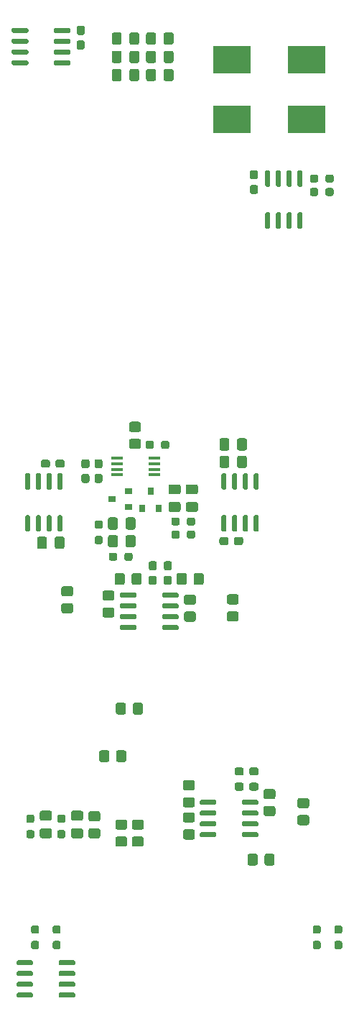
<source format=gtp>
G04 #@! TF.GenerationSoftware,KiCad,Pcbnew,5.1.10*
G04 #@! TF.CreationDate,2021-07-20T09:34:09+02:00*
G04 #@! TF.ProjectId,MEV_board,4d45565f-626f-4617-9264-2e6b69636164,rev?*
G04 #@! TF.SameCoordinates,Original*
G04 #@! TF.FileFunction,Paste,Top*
G04 #@! TF.FilePolarity,Positive*
%FSLAX46Y46*%
G04 Gerber Fmt 4.6, Leading zero omitted, Abs format (unit mm)*
G04 Created by KiCad (PCBNEW 5.1.10) date 2021-07-20 09:34:09*
%MOMM*%
%LPD*%
G01*
G04 APERTURE LIST*
%ADD10R,4.500000X3.300000*%
%ADD11R,0.900000X0.800000*%
%ADD12R,0.800000X0.900000*%
%ADD13R,1.450000X0.450000*%
G04 APERTURE END LIST*
G36*
G01*
X133373200Y-138972500D02*
X133373200Y-139447500D01*
G75*
G02*
X133135700Y-139685000I-237500J0D01*
G01*
X132535700Y-139685000D01*
G75*
G02*
X132298200Y-139447500I0J237500D01*
G01*
X132298200Y-138972500D01*
G75*
G02*
X132535700Y-138735000I237500J0D01*
G01*
X133135700Y-138735000D01*
G75*
G02*
X133373200Y-138972500I0J-237500D01*
G01*
G37*
G36*
G01*
X135098200Y-138972500D02*
X135098200Y-139447500D01*
G75*
G02*
X134860700Y-139685000I-237500J0D01*
G01*
X134260700Y-139685000D01*
G75*
G02*
X134023200Y-139447500I0J237500D01*
G01*
X134023200Y-138972500D01*
G75*
G02*
X134260700Y-138735000I237500J0D01*
G01*
X134860700Y-138735000D01*
G75*
G02*
X135098200Y-138972500I0J-237500D01*
G01*
G37*
G36*
G01*
X122868700Y-113732200D02*
X122393700Y-113732200D01*
G75*
G02*
X122156200Y-113494700I0J237500D01*
G01*
X122156200Y-112894700D01*
G75*
G02*
X122393700Y-112657200I237500J0D01*
G01*
X122868700Y-112657200D01*
G75*
G02*
X123106200Y-112894700I0J-237500D01*
G01*
X123106200Y-113494700D01*
G75*
G02*
X122868700Y-113732200I-237500J0D01*
G01*
G37*
G36*
G01*
X122868700Y-115457200D02*
X122393700Y-115457200D01*
G75*
G02*
X122156200Y-115219700I0J237500D01*
G01*
X122156200Y-114619700D01*
G75*
G02*
X122393700Y-114382200I237500J0D01*
G01*
X122868700Y-114382200D01*
G75*
G02*
X123106200Y-114619700I0J-237500D01*
G01*
X123106200Y-115219700D01*
G75*
G02*
X122868700Y-115457200I-237500J0D01*
G01*
G37*
G36*
G01*
X119335600Y-114307199D02*
X119335600Y-115207201D01*
G75*
G02*
X119085601Y-115457200I-249999J0D01*
G01*
X118385599Y-115457200D01*
G75*
G02*
X118135600Y-115207201I0J249999D01*
G01*
X118135600Y-114307199D01*
G75*
G02*
X118385599Y-114057200I249999J0D01*
G01*
X119085601Y-114057200D01*
G75*
G02*
X119335600Y-114307199I0J-249999D01*
G01*
G37*
G36*
G01*
X121335600Y-114307199D02*
X121335600Y-115207201D01*
G75*
G02*
X121085601Y-115457200I-249999J0D01*
G01*
X120385599Y-115457200D01*
G75*
G02*
X120135600Y-115207201I0J249999D01*
G01*
X120135600Y-114307199D01*
G75*
G02*
X120385599Y-114057200I249999J0D01*
G01*
X121085601Y-114057200D01*
G75*
G02*
X121335600Y-114307199I0J-249999D01*
G01*
G37*
G36*
G01*
X113910100Y-49627500D02*
X114385100Y-49627500D01*
G75*
G02*
X114622600Y-49865000I0J-237500D01*
G01*
X114622600Y-50465000D01*
G75*
G02*
X114385100Y-50702500I-237500J0D01*
G01*
X113910100Y-50702500D01*
G75*
G02*
X113672600Y-50465000I0J237500D01*
G01*
X113672600Y-49865000D01*
G75*
G02*
X113910100Y-49627500I237500J0D01*
G01*
G37*
G36*
G01*
X113910100Y-51352500D02*
X114385100Y-51352500D01*
G75*
G02*
X114622600Y-51590000I0J-237500D01*
G01*
X114622600Y-52190000D01*
G75*
G02*
X114385100Y-52427500I-237500J0D01*
G01*
X113910100Y-52427500D01*
G75*
G02*
X113672600Y-52190000I0J237500D01*
G01*
X113672600Y-51590000D01*
G75*
G02*
X113910100Y-51352500I237500J0D01*
G01*
G37*
G36*
G01*
X119434400Y-110783000D02*
X119434400Y-109833000D01*
G75*
G02*
X119684400Y-109583000I250000J0D01*
G01*
X120359400Y-109583000D01*
G75*
G02*
X120609400Y-109833000I0J-250000D01*
G01*
X120609400Y-110783000D01*
G75*
G02*
X120359400Y-111033000I-250000J0D01*
G01*
X119684400Y-111033000D01*
G75*
G02*
X119434400Y-110783000I0J250000D01*
G01*
G37*
G36*
G01*
X117359400Y-110783000D02*
X117359400Y-109833000D01*
G75*
G02*
X117609400Y-109583000I250000J0D01*
G01*
X118284400Y-109583000D01*
G75*
G02*
X118534400Y-109833000I0J-250000D01*
G01*
X118534400Y-110783000D01*
G75*
G02*
X118284400Y-111033000I-250000J0D01*
G01*
X117609400Y-111033000D01*
G75*
G02*
X117359400Y-110783000I0J250000D01*
G01*
G37*
G36*
G01*
X127729400Y-106863000D02*
X126779400Y-106863000D01*
G75*
G02*
X126529400Y-106613000I0J250000D01*
G01*
X126529400Y-105938000D01*
G75*
G02*
X126779400Y-105688000I250000J0D01*
G01*
X127729400Y-105688000D01*
G75*
G02*
X127979400Y-105938000I0J-250000D01*
G01*
X127979400Y-106613000D01*
G75*
G02*
X127729400Y-106863000I-250000J0D01*
G01*
G37*
G36*
G01*
X127729400Y-104788000D02*
X126779400Y-104788000D01*
G75*
G02*
X126529400Y-104538000I0J250000D01*
G01*
X126529400Y-103863000D01*
G75*
G02*
X126779400Y-103613000I250000J0D01*
G01*
X127729400Y-103613000D01*
G75*
G02*
X127979400Y-103863000I0J-250000D01*
G01*
X127979400Y-104538000D01*
G75*
G02*
X127729400Y-104788000I-250000J0D01*
G01*
G37*
G36*
G01*
X117359400Y-108703000D02*
X117359400Y-107753000D01*
G75*
G02*
X117609400Y-107503000I250000J0D01*
G01*
X118284400Y-107503000D01*
G75*
G02*
X118534400Y-107753000I0J-250000D01*
G01*
X118534400Y-108703000D01*
G75*
G02*
X118284400Y-108953000I-250000J0D01*
G01*
X117609400Y-108953000D01*
G75*
G02*
X117359400Y-108703000I0J250000D01*
G01*
G37*
G36*
G01*
X119434400Y-108703000D02*
X119434400Y-107753000D01*
G75*
G02*
X119684400Y-107503000I250000J0D01*
G01*
X120359400Y-107503000D01*
G75*
G02*
X120609400Y-107753000I0J-250000D01*
G01*
X120609400Y-108703000D01*
G75*
G02*
X120359400Y-108953000I-250000J0D01*
G01*
X119684400Y-108953000D01*
G75*
G02*
X119434400Y-108703000I0J250000D01*
G01*
G37*
G36*
G01*
X125689400Y-104788000D02*
X124739400Y-104788000D01*
G75*
G02*
X124489400Y-104538000I0J250000D01*
G01*
X124489400Y-103863000D01*
G75*
G02*
X124739400Y-103613000I250000J0D01*
G01*
X125689400Y-103613000D01*
G75*
G02*
X125939400Y-103863000I0J-250000D01*
G01*
X125939400Y-104538000D01*
G75*
G02*
X125689400Y-104788000I-250000J0D01*
G01*
G37*
G36*
G01*
X125689400Y-106863000D02*
X124739400Y-106863000D01*
G75*
G02*
X124489400Y-106613000I0J250000D01*
G01*
X124489400Y-105938000D01*
G75*
G02*
X124739400Y-105688000I250000J0D01*
G01*
X125689400Y-105688000D01*
G75*
G02*
X125939400Y-105938000I0J-250000D01*
G01*
X125939400Y-106613000D01*
G75*
G02*
X125689400Y-106863000I-250000J0D01*
G01*
G37*
G36*
G01*
X124171700Y-112657200D02*
X124646700Y-112657200D01*
G75*
G02*
X124884200Y-112894700I0J-237500D01*
G01*
X124884200Y-113494700D01*
G75*
G02*
X124646700Y-113732200I-237500J0D01*
G01*
X124171700Y-113732200D01*
G75*
G02*
X123934200Y-113494700I0J237500D01*
G01*
X123934200Y-112894700D01*
G75*
G02*
X124171700Y-112657200I237500J0D01*
G01*
G37*
G36*
G01*
X124171700Y-114382200D02*
X124646700Y-114382200D01*
G75*
G02*
X124884200Y-114619700I0J-237500D01*
G01*
X124884200Y-115219700D01*
G75*
G02*
X124646700Y-115457200I-237500J0D01*
G01*
X124171700Y-115457200D01*
G75*
G02*
X123934200Y-115219700I0J237500D01*
G01*
X123934200Y-114619700D01*
G75*
G02*
X124171700Y-114382200I237500J0D01*
G01*
G37*
G36*
G01*
X114461400Y-100645500D02*
X114936400Y-100645500D01*
G75*
G02*
X115173900Y-100883000I0J-237500D01*
G01*
X115173900Y-101483000D01*
G75*
G02*
X114936400Y-101720500I-237500J0D01*
G01*
X114461400Y-101720500D01*
G75*
G02*
X114223900Y-101483000I0J237500D01*
G01*
X114223900Y-100883000D01*
G75*
G02*
X114461400Y-100645500I237500J0D01*
G01*
G37*
G36*
G01*
X114461400Y-102370500D02*
X114936400Y-102370500D01*
G75*
G02*
X115173900Y-102608000I0J-237500D01*
G01*
X115173900Y-103208000D01*
G75*
G02*
X114936400Y-103445500I-237500J0D01*
G01*
X114461400Y-103445500D01*
G75*
G02*
X114223900Y-103208000I0J237500D01*
G01*
X114223900Y-102608000D01*
G75*
G02*
X114461400Y-102370500I237500J0D01*
G01*
G37*
G36*
G01*
X116001400Y-102370500D02*
X116476400Y-102370500D01*
G75*
G02*
X116713900Y-102608000I0J-237500D01*
G01*
X116713900Y-103208000D01*
G75*
G02*
X116476400Y-103445500I-237500J0D01*
G01*
X116001400Y-103445500D01*
G75*
G02*
X115763900Y-103208000I0J237500D01*
G01*
X115763900Y-102608000D01*
G75*
G02*
X116001400Y-102370500I237500J0D01*
G01*
G37*
G36*
G01*
X116001400Y-100645500D02*
X116476400Y-100645500D01*
G75*
G02*
X116713900Y-100883000I0J-237500D01*
G01*
X116713900Y-101483000D01*
G75*
G02*
X116476400Y-101720500I-237500J0D01*
G01*
X116001400Y-101720500D01*
G75*
G02*
X115763900Y-101483000I0J237500D01*
G01*
X115763900Y-100883000D01*
G75*
G02*
X116001400Y-100645500I237500J0D01*
G01*
G37*
G36*
G01*
X114195000Y-145287500D02*
X113245000Y-145287500D01*
G75*
G02*
X112995000Y-145037500I0J250000D01*
G01*
X112995000Y-144362500D01*
G75*
G02*
X113245000Y-144112500I250000J0D01*
G01*
X114195000Y-144112500D01*
G75*
G02*
X114445000Y-144362500I0J-250000D01*
G01*
X114445000Y-145037500D01*
G75*
G02*
X114195000Y-145287500I-250000J0D01*
G01*
G37*
G36*
G01*
X114195000Y-143212500D02*
X113245000Y-143212500D01*
G75*
G02*
X112995000Y-142962500I0J250000D01*
G01*
X112995000Y-142287500D01*
G75*
G02*
X113245000Y-142037500I250000J0D01*
G01*
X114195000Y-142037500D01*
G75*
G02*
X114445000Y-142287500I0J-250000D01*
G01*
X114445000Y-142962500D01*
G75*
G02*
X114195000Y-143212500I-250000J0D01*
G01*
G37*
G36*
G01*
X110505000Y-143212500D02*
X109555000Y-143212500D01*
G75*
G02*
X109305000Y-142962500I0J250000D01*
G01*
X109305000Y-142287500D01*
G75*
G02*
X109555000Y-142037500I250000J0D01*
G01*
X110505000Y-142037500D01*
G75*
G02*
X110755000Y-142287500I0J-250000D01*
G01*
X110755000Y-142962500D01*
G75*
G02*
X110505000Y-143212500I-250000J0D01*
G01*
G37*
G36*
G01*
X110505000Y-145287500D02*
X109555000Y-145287500D01*
G75*
G02*
X109305000Y-145037500I0J250000D01*
G01*
X109305000Y-144362500D01*
G75*
G02*
X109555000Y-144112500I250000J0D01*
G01*
X110505000Y-144112500D01*
G75*
G02*
X110755000Y-144362500I0J-250000D01*
G01*
X110755000Y-145037500D01*
G75*
G02*
X110505000Y-145287500I-250000J0D01*
G01*
G37*
G36*
G01*
X133748600Y-98432600D02*
X133748600Y-99382600D01*
G75*
G02*
X133498600Y-99632600I-250000J0D01*
G01*
X132823600Y-99632600D01*
G75*
G02*
X132573600Y-99382600I0J250000D01*
G01*
X132573600Y-98432600D01*
G75*
G02*
X132823600Y-98182600I250000J0D01*
G01*
X133498600Y-98182600D01*
G75*
G02*
X133748600Y-98432600I0J-250000D01*
G01*
G37*
G36*
G01*
X131673600Y-98432600D02*
X131673600Y-99382600D01*
G75*
G02*
X131423600Y-99632600I-250000J0D01*
G01*
X130748600Y-99632600D01*
G75*
G02*
X130498600Y-99382600I0J250000D01*
G01*
X130498600Y-98432600D01*
G75*
G02*
X130748600Y-98182600I250000J0D01*
G01*
X131423600Y-98182600D01*
G75*
G02*
X131673600Y-98432600I0J-250000D01*
G01*
G37*
G36*
G01*
X131673600Y-100490000D02*
X131673600Y-101440000D01*
G75*
G02*
X131423600Y-101690000I-250000J0D01*
G01*
X130748600Y-101690000D01*
G75*
G02*
X130498600Y-101440000I0J250000D01*
G01*
X130498600Y-100490000D01*
G75*
G02*
X130748600Y-100240000I250000J0D01*
G01*
X131423600Y-100240000D01*
G75*
G02*
X131673600Y-100490000I0J-250000D01*
G01*
G37*
G36*
G01*
X133748600Y-100490000D02*
X133748600Y-101440000D01*
G75*
G02*
X133498600Y-101690000I-250000J0D01*
G01*
X132823600Y-101690000D01*
G75*
G02*
X132573600Y-101440000I0J250000D01*
G01*
X132573600Y-100490000D01*
G75*
G02*
X132823600Y-100240000I250000J0D01*
G01*
X133498600Y-100240000D01*
G75*
G02*
X133748600Y-100490000I0J-250000D01*
G01*
G37*
G36*
G01*
X121845500Y-51602601D02*
X121845500Y-50652601D01*
G75*
G02*
X122095500Y-50402601I250000J0D01*
G01*
X122770500Y-50402601D01*
G75*
G02*
X123020500Y-50652601I0J-250000D01*
G01*
X123020500Y-51602601D01*
G75*
G02*
X122770500Y-51852601I-250000J0D01*
G01*
X122095500Y-51852601D01*
G75*
G02*
X121845500Y-51602601I0J250000D01*
G01*
G37*
G36*
G01*
X123920500Y-51602601D02*
X123920500Y-50652601D01*
G75*
G02*
X124170500Y-50402601I250000J0D01*
G01*
X124845500Y-50402601D01*
G75*
G02*
X125095500Y-50652601I0J-250000D01*
G01*
X125095500Y-51602601D01*
G75*
G02*
X124845500Y-51852601I-250000J0D01*
G01*
X124170500Y-51852601D01*
G75*
G02*
X123920500Y-51602601I0J250000D01*
G01*
G37*
G36*
G01*
X123920500Y-55897800D02*
X123920500Y-54947800D01*
G75*
G02*
X124170500Y-54697800I250000J0D01*
G01*
X124845500Y-54697800D01*
G75*
G02*
X125095500Y-54947800I0J-250000D01*
G01*
X125095500Y-55897800D01*
G75*
G02*
X124845500Y-56147800I-250000J0D01*
G01*
X124170500Y-56147800D01*
G75*
G02*
X123920500Y-55897800I0J250000D01*
G01*
G37*
G36*
G01*
X121845500Y-55897800D02*
X121845500Y-54947800D01*
G75*
G02*
X122095500Y-54697800I250000J0D01*
G01*
X122770500Y-54697800D01*
G75*
G02*
X123020500Y-54947800I0J-250000D01*
G01*
X123020500Y-55897800D01*
G75*
G02*
X122770500Y-56147800I-250000J0D01*
G01*
X122095500Y-56147800D01*
G75*
G02*
X121845500Y-55897800I0J250000D01*
G01*
G37*
G36*
G01*
X121845500Y-53764200D02*
X121845500Y-52814200D01*
G75*
G02*
X122095500Y-52564200I250000J0D01*
G01*
X122770500Y-52564200D01*
G75*
G02*
X123020500Y-52814200I0J-250000D01*
G01*
X123020500Y-53764200D01*
G75*
G02*
X122770500Y-54014200I-250000J0D01*
G01*
X122095500Y-54014200D01*
G75*
G02*
X121845500Y-53764200I0J250000D01*
G01*
G37*
G36*
G01*
X123920500Y-53764200D02*
X123920500Y-52814200D01*
G75*
G02*
X124170500Y-52564200I250000J0D01*
G01*
X124845500Y-52564200D01*
G75*
G02*
X125095500Y-52814200I0J-250000D01*
G01*
X125095500Y-53764200D01*
G75*
G02*
X124845500Y-54014200I-250000J0D01*
G01*
X124170500Y-54014200D01*
G75*
G02*
X123920500Y-53764200I0J250000D01*
G01*
G37*
G36*
G01*
X131568600Y-110049300D02*
X131568600Y-110524300D01*
G75*
G02*
X131331100Y-110761800I-237500J0D01*
G01*
X130731100Y-110761800D01*
G75*
G02*
X130493600Y-110524300I0J237500D01*
G01*
X130493600Y-110049300D01*
G75*
G02*
X130731100Y-109811800I237500J0D01*
G01*
X131331100Y-109811800D01*
G75*
G02*
X131568600Y-110049300I0J-237500D01*
G01*
G37*
G36*
G01*
X133293600Y-110049300D02*
X133293600Y-110524300D01*
G75*
G02*
X133056100Y-110761800I-237500J0D01*
G01*
X132456100Y-110761800D01*
G75*
G02*
X132218600Y-110524300I0J237500D01*
G01*
X132218600Y-110049300D01*
G75*
G02*
X132456100Y-109811800I237500J0D01*
G01*
X133056100Y-109811800D01*
G75*
G02*
X133293600Y-110049300I0J-237500D01*
G01*
G37*
G36*
G01*
X111070900Y-110965000D02*
X111070900Y-110015000D01*
G75*
G02*
X111320900Y-109765000I250000J0D01*
G01*
X111995900Y-109765000D01*
G75*
G02*
X112245900Y-110015000I0J-250000D01*
G01*
X112245900Y-110965000D01*
G75*
G02*
X111995900Y-111215000I-250000J0D01*
G01*
X111320900Y-111215000D01*
G75*
G02*
X111070900Y-110965000I0J250000D01*
G01*
G37*
G36*
G01*
X108995900Y-110965000D02*
X108995900Y-110015000D01*
G75*
G02*
X109245900Y-109765000I250000J0D01*
G01*
X109920900Y-109765000D01*
G75*
G02*
X110170900Y-110015000I0J-250000D01*
G01*
X110170900Y-110965000D01*
G75*
G02*
X109920900Y-111215000I-250000J0D01*
G01*
X109245900Y-111215000D01*
G75*
G02*
X108995900Y-110965000I0J250000D01*
G01*
G37*
G36*
G01*
X121053000Y-54947800D02*
X121053000Y-55897800D01*
G75*
G02*
X120803000Y-56147800I-250000J0D01*
G01*
X120128000Y-56147800D01*
G75*
G02*
X119878000Y-55897800I0J250000D01*
G01*
X119878000Y-54947800D01*
G75*
G02*
X120128000Y-54697800I250000J0D01*
G01*
X120803000Y-54697800D01*
G75*
G02*
X121053000Y-54947800I0J-250000D01*
G01*
G37*
G36*
G01*
X118978000Y-54947800D02*
X118978000Y-55897800D01*
G75*
G02*
X118728000Y-56147800I-250000J0D01*
G01*
X118053000Y-56147800D01*
G75*
G02*
X117803000Y-55897800I0J250000D01*
G01*
X117803000Y-54947800D01*
G75*
G02*
X118053000Y-54697800I250000J0D01*
G01*
X118728000Y-54697800D01*
G75*
G02*
X118978000Y-54947800I0J-250000D01*
G01*
G37*
G36*
G01*
X121053000Y-52814200D02*
X121053000Y-53764200D01*
G75*
G02*
X120803000Y-54014200I-250000J0D01*
G01*
X120128000Y-54014200D01*
G75*
G02*
X119878000Y-53764200I0J250000D01*
G01*
X119878000Y-52814200D01*
G75*
G02*
X120128000Y-52564200I250000J0D01*
G01*
X120803000Y-52564200D01*
G75*
G02*
X121053000Y-52814200I0J-250000D01*
G01*
G37*
G36*
G01*
X118978000Y-52814200D02*
X118978000Y-53764200D01*
G75*
G02*
X118728000Y-54014200I-250000J0D01*
G01*
X118053000Y-54014200D01*
G75*
G02*
X117803000Y-53764200I0J250000D01*
G01*
X117803000Y-52814200D01*
G75*
G02*
X118053000Y-52564200I250000J0D01*
G01*
X118728000Y-52564200D01*
G75*
G02*
X118978000Y-52814200I0J-250000D01*
G01*
G37*
G36*
G01*
X109445600Y-101420500D02*
X109445600Y-100945500D01*
G75*
G02*
X109683100Y-100708000I237500J0D01*
G01*
X110283100Y-100708000D01*
G75*
G02*
X110520600Y-100945500I0J-237500D01*
G01*
X110520600Y-101420500D01*
G75*
G02*
X110283100Y-101658000I-237500J0D01*
G01*
X109683100Y-101658000D01*
G75*
G02*
X109445600Y-101420500I0J237500D01*
G01*
G37*
G36*
G01*
X111170600Y-101420500D02*
X111170600Y-100945500D01*
G75*
G02*
X111408100Y-100708000I237500J0D01*
G01*
X112008100Y-100708000D01*
G75*
G02*
X112245600Y-100945500I0J-237500D01*
G01*
X112245600Y-101420500D01*
G75*
G02*
X112008100Y-101658000I-237500J0D01*
G01*
X111408100Y-101658000D01*
G75*
G02*
X111170600Y-101420500I0J237500D01*
G01*
G37*
G36*
G01*
X118978000Y-50652601D02*
X118978000Y-51602601D01*
G75*
G02*
X118728000Y-51852601I-250000J0D01*
G01*
X118053000Y-51852601D01*
G75*
G02*
X117803000Y-51602601I0J250000D01*
G01*
X117803000Y-50652601D01*
G75*
G02*
X118053000Y-50402601I250000J0D01*
G01*
X118728000Y-50402601D01*
G75*
G02*
X118978000Y-50652601I0J-250000D01*
G01*
G37*
G36*
G01*
X121053000Y-50652601D02*
X121053000Y-51602601D01*
G75*
G02*
X120803000Y-51852601I-250000J0D01*
G01*
X120128000Y-51852601D01*
G75*
G02*
X119878000Y-51602601I0J250000D01*
G01*
X119878000Y-50652601D01*
G75*
G02*
X120128000Y-50402601I250000J0D01*
G01*
X120803000Y-50402601D01*
G75*
G02*
X121053000Y-50652601I0J-250000D01*
G01*
G37*
G36*
G01*
X134023200Y-137657500D02*
X134023200Y-137182500D01*
G75*
G02*
X134260700Y-136945000I237500J0D01*
G01*
X134860700Y-136945000D01*
G75*
G02*
X135098200Y-137182500I0J-237500D01*
G01*
X135098200Y-137657500D01*
G75*
G02*
X134860700Y-137895000I-237500J0D01*
G01*
X134260700Y-137895000D01*
G75*
G02*
X134023200Y-137657500I0J237500D01*
G01*
G37*
G36*
G01*
X132298200Y-137657500D02*
X132298200Y-137182500D01*
G75*
G02*
X132535700Y-136945000I237500J0D01*
G01*
X133135700Y-136945000D01*
G75*
G02*
X133373200Y-137182500I0J-237500D01*
G01*
X133373200Y-137657500D01*
G75*
G02*
X133135700Y-137895000I-237500J0D01*
G01*
X132535700Y-137895000D01*
G75*
G02*
X132298200Y-137657500I0J237500D01*
G01*
G37*
G36*
G01*
X134331700Y-68351800D02*
X134806700Y-68351800D01*
G75*
G02*
X135044200Y-68589300I0J-237500D01*
G01*
X135044200Y-69189300D01*
G75*
G02*
X134806700Y-69426800I-237500J0D01*
G01*
X134331700Y-69426800D01*
G75*
G02*
X134094200Y-69189300I0J237500D01*
G01*
X134094200Y-68589300D01*
G75*
G02*
X134331700Y-68351800I237500J0D01*
G01*
G37*
G36*
G01*
X134331700Y-66626800D02*
X134806700Y-66626800D01*
G75*
G02*
X135044200Y-66864300I0J-237500D01*
G01*
X135044200Y-67464300D01*
G75*
G02*
X134806700Y-67701800I-237500J0D01*
G01*
X134331700Y-67701800D01*
G75*
G02*
X134094200Y-67464300I0J237500D01*
G01*
X134094200Y-66864300D01*
G75*
G02*
X134331700Y-66626800I237500J0D01*
G01*
G37*
D10*
X140740000Y-53644800D03*
X131940000Y-53644800D03*
X131940000Y-60604400D03*
X140740000Y-60604400D03*
D11*
X117814400Y-105368000D03*
X119814400Y-104418000D03*
X119814400Y-106318000D03*
D12*
X121424400Y-106418000D03*
X123324400Y-106418000D03*
X122374400Y-104418000D03*
G36*
G01*
X119368201Y-144280000D02*
X118468199Y-144280000D01*
G75*
G02*
X118218200Y-144030001I0J249999D01*
G01*
X118218200Y-143329999D01*
G75*
G02*
X118468199Y-143080000I249999J0D01*
G01*
X119368201Y-143080000D01*
G75*
G02*
X119618200Y-143329999I0J-249999D01*
G01*
X119618200Y-144030001D01*
G75*
G02*
X119368201Y-144280000I-249999J0D01*
G01*
G37*
G36*
G01*
X119368201Y-146280000D02*
X118468199Y-146280000D01*
G75*
G02*
X118218200Y-146030001I0J249999D01*
G01*
X118218200Y-145329999D01*
G75*
G02*
X118468199Y-145080000I249999J0D01*
G01*
X119368201Y-145080000D01*
G75*
G02*
X119618200Y-145329999I0J-249999D01*
G01*
X119618200Y-146030001D01*
G75*
G02*
X119368201Y-146280000I-249999J0D01*
G01*
G37*
G36*
G01*
X121330001Y-144280000D02*
X120429999Y-144280000D01*
G75*
G02*
X120180000Y-144030001I0J249999D01*
G01*
X120180000Y-143329999D01*
G75*
G02*
X120429999Y-143080000I249999J0D01*
G01*
X121330001Y-143080000D01*
G75*
G02*
X121580000Y-143329999I0J-249999D01*
G01*
X121580000Y-144030001D01*
G75*
G02*
X121330001Y-144280000I-249999J0D01*
G01*
G37*
G36*
G01*
X121330001Y-146280000D02*
X120429999Y-146280000D01*
G75*
G02*
X120180000Y-146030001I0J249999D01*
G01*
X120180000Y-145329999D01*
G75*
G02*
X120429999Y-145080000I249999J0D01*
G01*
X121330001Y-145080000D01*
G75*
G02*
X121580000Y-145329999I0J-249999D01*
G01*
X121580000Y-146030001D01*
G75*
G02*
X121330001Y-146280000I-249999J0D01*
G01*
G37*
G36*
G01*
X116320000Y-136070001D02*
X116320000Y-135169999D01*
G75*
G02*
X116569999Y-134920000I249999J0D01*
G01*
X117270001Y-134920000D01*
G75*
G02*
X117520000Y-135169999I0J-249999D01*
G01*
X117520000Y-136070001D01*
G75*
G02*
X117270001Y-136320000I-249999J0D01*
G01*
X116569999Y-136320000D01*
G75*
G02*
X116320000Y-136070001I0J249999D01*
G01*
G37*
G36*
G01*
X118320000Y-136070001D02*
X118320000Y-135169999D01*
G75*
G02*
X118569999Y-134920000I249999J0D01*
G01*
X119270001Y-134920000D01*
G75*
G02*
X119520000Y-135169999I0J-249999D01*
G01*
X119520000Y-136070001D01*
G75*
G02*
X119270001Y-136320000I-249999J0D01*
G01*
X118569999Y-136320000D01*
G75*
G02*
X118320000Y-136070001I0J249999D01*
G01*
G37*
G36*
G01*
X118280000Y-130470001D02*
X118280000Y-129569999D01*
G75*
G02*
X118529999Y-129320000I249999J0D01*
G01*
X119230001Y-129320000D01*
G75*
G02*
X119480000Y-129569999I0J-249999D01*
G01*
X119480000Y-130470001D01*
G75*
G02*
X119230001Y-130720000I-249999J0D01*
G01*
X118529999Y-130720000D01*
G75*
G02*
X118280000Y-130470001I0J249999D01*
G01*
G37*
G36*
G01*
X120280000Y-130470001D02*
X120280000Y-129569999D01*
G75*
G02*
X120529999Y-129320000I249999J0D01*
G01*
X121230001Y-129320000D01*
G75*
G02*
X121480000Y-129569999I0J-249999D01*
G01*
X121480000Y-130470001D01*
G75*
G02*
X121230001Y-130720000I-249999J0D01*
G01*
X120529999Y-130720000D01*
G75*
G02*
X120280000Y-130470001I0J249999D01*
G01*
G37*
G36*
G01*
X113003751Y-116805000D02*
X112103749Y-116805000D01*
G75*
G02*
X111853750Y-116555001I0J249999D01*
G01*
X111853750Y-115854999D01*
G75*
G02*
X112103749Y-115605000I249999J0D01*
G01*
X113003751Y-115605000D01*
G75*
G02*
X113253750Y-115854999I0J-249999D01*
G01*
X113253750Y-116555001D01*
G75*
G02*
X113003751Y-116805000I-249999J0D01*
G01*
G37*
G36*
G01*
X113003751Y-118805000D02*
X112103749Y-118805000D01*
G75*
G02*
X111853750Y-118555001I0J249999D01*
G01*
X111853750Y-117854999D01*
G75*
G02*
X112103749Y-117605000I249999J0D01*
G01*
X113003751Y-117605000D01*
G75*
G02*
X113253750Y-117854999I0J-249999D01*
G01*
X113253750Y-118555001D01*
G75*
G02*
X113003751Y-118805000I-249999J0D01*
G01*
G37*
G36*
G01*
X127450800Y-115207201D02*
X127450800Y-114307199D01*
G75*
G02*
X127700799Y-114057200I249999J0D01*
G01*
X128400801Y-114057200D01*
G75*
G02*
X128650800Y-114307199I0J-249999D01*
G01*
X128650800Y-115207201D01*
G75*
G02*
X128400801Y-115457200I-249999J0D01*
G01*
X127700799Y-115457200D01*
G75*
G02*
X127450800Y-115207201I0J249999D01*
G01*
G37*
G36*
G01*
X125450800Y-115207201D02*
X125450800Y-114307199D01*
G75*
G02*
X125700799Y-114057200I249999J0D01*
G01*
X126400801Y-114057200D01*
G75*
G02*
X126650800Y-114307199I0J-249999D01*
G01*
X126650800Y-115207201D01*
G75*
G02*
X126400801Y-115457200I-249999J0D01*
G01*
X125700799Y-115457200D01*
G75*
G02*
X125450800Y-115207201I0J249999D01*
G01*
G37*
G36*
G01*
X132530001Y-117760800D02*
X131629999Y-117760800D01*
G75*
G02*
X131380000Y-117510801I0J249999D01*
G01*
X131380000Y-116810799D01*
G75*
G02*
X131629999Y-116560800I249999J0D01*
G01*
X132530001Y-116560800D01*
G75*
G02*
X132780000Y-116810799I0J-249999D01*
G01*
X132780000Y-117510801D01*
G75*
G02*
X132530001Y-117760800I-249999J0D01*
G01*
G37*
G36*
G01*
X132530001Y-119760800D02*
X131629999Y-119760800D01*
G75*
G02*
X131380000Y-119510801I0J249999D01*
G01*
X131380000Y-118810799D01*
G75*
G02*
X131629999Y-118560800I249999J0D01*
G01*
X132530001Y-118560800D01*
G75*
G02*
X132780000Y-118810799I0J-249999D01*
G01*
X132780000Y-119510801D01*
G75*
G02*
X132530001Y-119760800I-249999J0D01*
G01*
G37*
G36*
G01*
X116961749Y-116104500D02*
X117861751Y-116104500D01*
G75*
G02*
X118111750Y-116354499I0J-249999D01*
G01*
X118111750Y-117054501D01*
G75*
G02*
X117861751Y-117304500I-249999J0D01*
G01*
X116961749Y-117304500D01*
G75*
G02*
X116711750Y-117054501I0J249999D01*
G01*
X116711750Y-116354499D01*
G75*
G02*
X116961749Y-116104500I249999J0D01*
G01*
G37*
G36*
G01*
X116961749Y-118104500D02*
X117861751Y-118104500D01*
G75*
G02*
X118111750Y-118354499I0J-249999D01*
G01*
X118111750Y-119054501D01*
G75*
G02*
X117861751Y-119304500I-249999J0D01*
G01*
X116961749Y-119304500D01*
G75*
G02*
X116711750Y-119054501I0J249999D01*
G01*
X116711750Y-118354499D01*
G75*
G02*
X116961749Y-118104500I249999J0D01*
G01*
G37*
G36*
G01*
X126575149Y-116589500D02*
X127475151Y-116589500D01*
G75*
G02*
X127725150Y-116839499I0J-249999D01*
G01*
X127725150Y-117539501D01*
G75*
G02*
X127475151Y-117789500I-249999J0D01*
G01*
X126575149Y-117789500D01*
G75*
G02*
X126325150Y-117539501I0J249999D01*
G01*
X126325150Y-116839499D01*
G75*
G02*
X126575149Y-116589500I249999J0D01*
G01*
G37*
G36*
G01*
X126575149Y-118589500D02*
X127475151Y-118589500D01*
G75*
G02*
X127725150Y-118839499I0J-249999D01*
G01*
X127725150Y-119539501D01*
G75*
G02*
X127475151Y-119789500I-249999J0D01*
G01*
X126575149Y-119789500D01*
G75*
G02*
X126325150Y-119539501I0J249999D01*
G01*
X126325150Y-118839499D01*
G75*
G02*
X126575149Y-118589500I249999J0D01*
G01*
G37*
G36*
G01*
X117464400Y-112375500D02*
X117464400Y-111900500D01*
G75*
G02*
X117701900Y-111663000I237500J0D01*
G01*
X118201900Y-111663000D01*
G75*
G02*
X118439400Y-111900500I0J-237500D01*
G01*
X118439400Y-112375500D01*
G75*
G02*
X118201900Y-112613000I-237500J0D01*
G01*
X117701900Y-112613000D01*
G75*
G02*
X117464400Y-112375500I0J237500D01*
G01*
G37*
G36*
G01*
X119289400Y-112375500D02*
X119289400Y-111900500D01*
G75*
G02*
X119526900Y-111663000I237500J0D01*
G01*
X120026900Y-111663000D01*
G75*
G02*
X120264400Y-111900500I0J-237500D01*
G01*
X120264400Y-112375500D01*
G75*
G02*
X120026900Y-112613000I-237500J0D01*
G01*
X119526900Y-112613000D01*
G75*
G02*
X119289400Y-112375500I0J237500D01*
G01*
G37*
G36*
G01*
X125809400Y-109290500D02*
X125809400Y-109765500D01*
G75*
G02*
X125571900Y-110003000I-237500J0D01*
G01*
X125071900Y-110003000D01*
G75*
G02*
X124834400Y-109765500I0J237500D01*
G01*
X124834400Y-109290500D01*
G75*
G02*
X125071900Y-109053000I237500J0D01*
G01*
X125571900Y-109053000D01*
G75*
G02*
X125809400Y-109290500I0J-237500D01*
G01*
G37*
G36*
G01*
X127634400Y-109290500D02*
X127634400Y-109765500D01*
G75*
G02*
X127396900Y-110003000I-237500J0D01*
G01*
X126896900Y-110003000D01*
G75*
G02*
X126659400Y-109765500I0J237500D01*
G01*
X126659400Y-109290500D01*
G75*
G02*
X126896900Y-109053000I237500J0D01*
G01*
X127396900Y-109053000D01*
G75*
G02*
X127634400Y-109290500I0J-237500D01*
G01*
G37*
G36*
G01*
X116026900Y-109693000D02*
X116501900Y-109693000D01*
G75*
G02*
X116739400Y-109930500I0J-237500D01*
G01*
X116739400Y-110430500D01*
G75*
G02*
X116501900Y-110668000I-237500J0D01*
G01*
X116026900Y-110668000D01*
G75*
G02*
X115789400Y-110430500I0J237500D01*
G01*
X115789400Y-109930500D01*
G75*
G02*
X116026900Y-109693000I237500J0D01*
G01*
G37*
G36*
G01*
X116026900Y-107868000D02*
X116501900Y-107868000D01*
G75*
G02*
X116739400Y-108105500I0J-237500D01*
G01*
X116739400Y-108605500D01*
G75*
G02*
X116501900Y-108843000I-237500J0D01*
G01*
X116026900Y-108843000D01*
G75*
G02*
X115789400Y-108605500I0J237500D01*
G01*
X115789400Y-108105500D01*
G75*
G02*
X116026900Y-107868000I237500J0D01*
G01*
G37*
G36*
G01*
X124834400Y-108225500D02*
X124834400Y-107750500D01*
G75*
G02*
X125071900Y-107513000I237500J0D01*
G01*
X125571900Y-107513000D01*
G75*
G02*
X125809400Y-107750500I0J-237500D01*
G01*
X125809400Y-108225500D01*
G75*
G02*
X125571900Y-108463000I-237500J0D01*
G01*
X125071900Y-108463000D01*
G75*
G02*
X124834400Y-108225500I0J237500D01*
G01*
G37*
G36*
G01*
X126659400Y-108225500D02*
X126659400Y-107750500D01*
G75*
G02*
X126896900Y-107513000I237500J0D01*
G01*
X127396900Y-107513000D01*
G75*
G02*
X127634400Y-107750500I0J-237500D01*
G01*
X127634400Y-108225500D01*
G75*
G02*
X127396900Y-108463000I-237500J0D01*
G01*
X126896900Y-108463000D01*
G75*
G02*
X126659400Y-108225500I0J237500D01*
G01*
G37*
G36*
G01*
X122765000Y-98720900D02*
X122765000Y-99195900D01*
G75*
G02*
X122527500Y-99433400I-237500J0D01*
G01*
X122027500Y-99433400D01*
G75*
G02*
X121790000Y-99195900I0J237500D01*
G01*
X121790000Y-98720900D01*
G75*
G02*
X122027500Y-98483400I237500J0D01*
G01*
X122527500Y-98483400D01*
G75*
G02*
X122765000Y-98720900I0J-237500D01*
G01*
G37*
G36*
G01*
X124590000Y-98720900D02*
X124590000Y-99195900D01*
G75*
G02*
X124352500Y-99433400I-237500J0D01*
G01*
X123852500Y-99433400D01*
G75*
G02*
X123615000Y-99195900I0J237500D01*
G01*
X123615000Y-98720900D01*
G75*
G02*
X123852500Y-98483400I237500J0D01*
G01*
X124352500Y-98483400D01*
G75*
G02*
X124590000Y-98720900I0J-237500D01*
G01*
G37*
G36*
G01*
X120998401Y-99440800D02*
X120098399Y-99440800D01*
G75*
G02*
X119848400Y-99190801I0J249999D01*
G01*
X119848400Y-98490799D01*
G75*
G02*
X120098399Y-98240800I249999J0D01*
G01*
X120998401Y-98240800D01*
G75*
G02*
X121248400Y-98490799I0J-249999D01*
G01*
X121248400Y-99190801D01*
G75*
G02*
X120998401Y-99440800I-249999J0D01*
G01*
G37*
G36*
G01*
X120998401Y-97440800D02*
X120098399Y-97440800D01*
G75*
G02*
X119848400Y-97190801I0J249999D01*
G01*
X119848400Y-96490799D01*
G75*
G02*
X120098399Y-96240800I249999J0D01*
G01*
X120998401Y-96240800D01*
G75*
G02*
X121248400Y-96490799I0J-249999D01*
G01*
X121248400Y-97190801D01*
G75*
G02*
X120998401Y-97440800I-249999J0D01*
G01*
G37*
G36*
G01*
X112097500Y-145292500D02*
X111622500Y-145292500D01*
G75*
G02*
X111385000Y-145055000I0J237500D01*
G01*
X111385000Y-144555000D01*
G75*
G02*
X111622500Y-144317500I237500J0D01*
G01*
X112097500Y-144317500D01*
G75*
G02*
X112335000Y-144555000I0J-237500D01*
G01*
X112335000Y-145055000D01*
G75*
G02*
X112097500Y-145292500I-237500J0D01*
G01*
G37*
G36*
G01*
X112097500Y-143467500D02*
X111622500Y-143467500D01*
G75*
G02*
X111385000Y-143230000I0J237500D01*
G01*
X111385000Y-142730000D01*
G75*
G02*
X111622500Y-142492500I237500J0D01*
G01*
X112097500Y-142492500D01*
G75*
G02*
X112335000Y-142730000I0J-237500D01*
G01*
X112335000Y-143230000D01*
G75*
G02*
X112097500Y-143467500I-237500J0D01*
G01*
G37*
G36*
G01*
X107962500Y-144317500D02*
X108437500Y-144317500D01*
G75*
G02*
X108675000Y-144555000I0J-237500D01*
G01*
X108675000Y-145055000D01*
G75*
G02*
X108437500Y-145292500I-237500J0D01*
G01*
X107962500Y-145292500D01*
G75*
G02*
X107725000Y-145055000I0J237500D01*
G01*
X107725000Y-144555000D01*
G75*
G02*
X107962500Y-144317500I237500J0D01*
G01*
G37*
G36*
G01*
X107962500Y-142492500D02*
X108437500Y-142492500D01*
G75*
G02*
X108675000Y-142730000I0J-237500D01*
G01*
X108675000Y-143230000D01*
G75*
G02*
X108437500Y-143467500I-237500J0D01*
G01*
X107962500Y-143467500D01*
G75*
G02*
X107725000Y-143230000I0J237500D01*
G01*
X107725000Y-142730000D01*
G75*
G02*
X107962500Y-142492500I237500J0D01*
G01*
G37*
G36*
G01*
X111065300Y-155546600D02*
X111540300Y-155546600D01*
G75*
G02*
X111777800Y-155784100I0J-237500D01*
G01*
X111777800Y-156284100D01*
G75*
G02*
X111540300Y-156521600I-237500J0D01*
G01*
X111065300Y-156521600D01*
G75*
G02*
X110827800Y-156284100I0J237500D01*
G01*
X110827800Y-155784100D01*
G75*
G02*
X111065300Y-155546600I237500J0D01*
G01*
G37*
G36*
G01*
X111065300Y-157371600D02*
X111540300Y-157371600D01*
G75*
G02*
X111777800Y-157609100I0J-237500D01*
G01*
X111777800Y-158109100D01*
G75*
G02*
X111540300Y-158346600I-237500J0D01*
G01*
X111065300Y-158346600D01*
G75*
G02*
X110827800Y-158109100I0J237500D01*
G01*
X110827800Y-157609100D01*
G75*
G02*
X111065300Y-157371600I237500J0D01*
G01*
G37*
G36*
G01*
X108525300Y-157371600D02*
X109000300Y-157371600D01*
G75*
G02*
X109237800Y-157609100I0J-237500D01*
G01*
X109237800Y-158109100D01*
G75*
G02*
X109000300Y-158346600I-237500J0D01*
G01*
X108525300Y-158346600D01*
G75*
G02*
X108287800Y-158109100I0J237500D01*
G01*
X108287800Y-157609100D01*
G75*
G02*
X108525300Y-157371600I237500J0D01*
G01*
G37*
G36*
G01*
X108525300Y-155546600D02*
X109000300Y-155546600D01*
G75*
G02*
X109237800Y-155784100I0J-237500D01*
G01*
X109237800Y-156284100D01*
G75*
G02*
X109000300Y-156521600I-237500J0D01*
G01*
X108525300Y-156521600D01*
G75*
G02*
X108287800Y-156284100I0J237500D01*
G01*
X108287800Y-155784100D01*
G75*
G02*
X108525300Y-155546600I237500J0D01*
G01*
G37*
G36*
G01*
X144288500Y-155546600D02*
X144763500Y-155546600D01*
G75*
G02*
X145001000Y-155784100I0J-237500D01*
G01*
X145001000Y-156284100D01*
G75*
G02*
X144763500Y-156521600I-237500J0D01*
G01*
X144288500Y-156521600D01*
G75*
G02*
X144051000Y-156284100I0J237500D01*
G01*
X144051000Y-155784100D01*
G75*
G02*
X144288500Y-155546600I237500J0D01*
G01*
G37*
G36*
G01*
X144288500Y-157371600D02*
X144763500Y-157371600D01*
G75*
G02*
X145001000Y-157609100I0J-237500D01*
G01*
X145001000Y-158109100D01*
G75*
G02*
X144763500Y-158346600I-237500J0D01*
G01*
X144288500Y-158346600D01*
G75*
G02*
X144051000Y-158109100I0J237500D01*
G01*
X144051000Y-157609100D01*
G75*
G02*
X144288500Y-157371600I237500J0D01*
G01*
G37*
G36*
G01*
X141748500Y-157371600D02*
X142223500Y-157371600D01*
G75*
G02*
X142461000Y-157609100I0J-237500D01*
G01*
X142461000Y-158109100D01*
G75*
G02*
X142223500Y-158346600I-237500J0D01*
G01*
X141748500Y-158346600D01*
G75*
G02*
X141511000Y-158109100I0J237500D01*
G01*
X141511000Y-157609100D01*
G75*
G02*
X141748500Y-157371600I237500J0D01*
G01*
G37*
G36*
G01*
X141748500Y-155546600D02*
X142223500Y-155546600D01*
G75*
G02*
X142461000Y-155784100I0J-237500D01*
G01*
X142461000Y-156284100D01*
G75*
G02*
X142223500Y-156521600I-237500J0D01*
G01*
X141748500Y-156521600D01*
G75*
G02*
X141511000Y-156284100I0J237500D01*
G01*
X141511000Y-155784100D01*
G75*
G02*
X141748500Y-155546600I237500J0D01*
G01*
G37*
G36*
G01*
X135810000Y-148250001D02*
X135810000Y-147349999D01*
G75*
G02*
X136059999Y-147100000I249999J0D01*
G01*
X136760001Y-147100000D01*
G75*
G02*
X137010000Y-147349999I0J-249999D01*
G01*
X137010000Y-148250001D01*
G75*
G02*
X136760001Y-148500000I-249999J0D01*
G01*
X136059999Y-148500000D01*
G75*
G02*
X135810000Y-148250001I0J249999D01*
G01*
G37*
G36*
G01*
X133810000Y-148250001D02*
X133810000Y-147349999D01*
G75*
G02*
X134059999Y-147100000I249999J0D01*
G01*
X134760001Y-147100000D01*
G75*
G02*
X135010000Y-147349999I0J-249999D01*
G01*
X135010000Y-148250001D01*
G75*
G02*
X134760001Y-148500000I-249999J0D01*
G01*
X134059999Y-148500000D01*
G75*
G02*
X133810000Y-148250001I0J249999D01*
G01*
G37*
G36*
G01*
X116200001Y-145300000D02*
X115299999Y-145300000D01*
G75*
G02*
X115050000Y-145050001I0J249999D01*
G01*
X115050000Y-144349999D01*
G75*
G02*
X115299999Y-144100000I249999J0D01*
G01*
X116200001Y-144100000D01*
G75*
G02*
X116450000Y-144349999I0J-249999D01*
G01*
X116450000Y-145050001D01*
G75*
G02*
X116200001Y-145300000I-249999J0D01*
G01*
G37*
G36*
G01*
X116200001Y-143300000D02*
X115299999Y-143300000D01*
G75*
G02*
X115050000Y-143050001I0J249999D01*
G01*
X115050000Y-142349999D01*
G75*
G02*
X115299999Y-142100000I249999J0D01*
G01*
X116200001Y-142100000D01*
G75*
G02*
X116450000Y-142349999I0J-249999D01*
G01*
X116450000Y-143050001D01*
G75*
G02*
X116200001Y-143300000I-249999J0D01*
G01*
G37*
G36*
G01*
X140840001Y-143750000D02*
X139939999Y-143750000D01*
G75*
G02*
X139690000Y-143500001I0J249999D01*
G01*
X139690000Y-142799999D01*
G75*
G02*
X139939999Y-142550000I249999J0D01*
G01*
X140840001Y-142550000D01*
G75*
G02*
X141090000Y-142799999I0J-249999D01*
G01*
X141090000Y-143500001D01*
G75*
G02*
X140840001Y-143750000I-249999J0D01*
G01*
G37*
G36*
G01*
X140840001Y-141750000D02*
X139939999Y-141750000D01*
G75*
G02*
X139690000Y-141500001I0J249999D01*
G01*
X139690000Y-140799999D01*
G75*
G02*
X139939999Y-140550000I249999J0D01*
G01*
X140840001Y-140550000D01*
G75*
G02*
X141090000Y-140799999I0J-249999D01*
G01*
X141090000Y-141500001D01*
G75*
G02*
X140840001Y-141750000I-249999J0D01*
G01*
G37*
G36*
G01*
X126449999Y-142240000D02*
X127350001Y-142240000D01*
G75*
G02*
X127600000Y-142489999I0J-249999D01*
G01*
X127600000Y-143190001D01*
G75*
G02*
X127350001Y-143440000I-249999J0D01*
G01*
X126449999Y-143440000D01*
G75*
G02*
X126200000Y-143190001I0J249999D01*
G01*
X126200000Y-142489999D01*
G75*
G02*
X126449999Y-142240000I249999J0D01*
G01*
G37*
G36*
G01*
X126449999Y-144240000D02*
X127350001Y-144240000D01*
G75*
G02*
X127600000Y-144489999I0J-249999D01*
G01*
X127600000Y-145190001D01*
G75*
G02*
X127350001Y-145440000I-249999J0D01*
G01*
X126449999Y-145440000D01*
G75*
G02*
X126200000Y-145190001I0J249999D01*
G01*
X126200000Y-144489999D01*
G75*
G02*
X126449999Y-144240000I249999J0D01*
G01*
G37*
G36*
G01*
X136850001Y-142680000D02*
X135949999Y-142680000D01*
G75*
G02*
X135700000Y-142430001I0J249999D01*
G01*
X135700000Y-141729999D01*
G75*
G02*
X135949999Y-141480000I249999J0D01*
G01*
X136850001Y-141480000D01*
G75*
G02*
X137100000Y-141729999I0J-249999D01*
G01*
X137100000Y-142430001D01*
G75*
G02*
X136850001Y-142680000I-249999J0D01*
G01*
G37*
G36*
G01*
X136850001Y-140680000D02*
X135949999Y-140680000D01*
G75*
G02*
X135700000Y-140430001I0J249999D01*
G01*
X135700000Y-139729999D01*
G75*
G02*
X135949999Y-139480000I249999J0D01*
G01*
X136850001Y-139480000D01*
G75*
G02*
X137100000Y-139729999I0J-249999D01*
G01*
X137100000Y-140430001D01*
G75*
G02*
X136850001Y-140680000I-249999J0D01*
G01*
G37*
G36*
G01*
X127350001Y-139645000D02*
X126449999Y-139645000D01*
G75*
G02*
X126200000Y-139395001I0J249999D01*
G01*
X126200000Y-138694999D01*
G75*
G02*
X126449999Y-138445000I249999J0D01*
G01*
X127350001Y-138445000D01*
G75*
G02*
X127600000Y-138694999I0J-249999D01*
G01*
X127600000Y-139395001D01*
G75*
G02*
X127350001Y-139645000I-249999J0D01*
G01*
G37*
G36*
G01*
X127350001Y-141645000D02*
X126449999Y-141645000D01*
G75*
G02*
X126200000Y-141395001I0J249999D01*
G01*
X126200000Y-140694999D01*
G75*
G02*
X126449999Y-140445000I249999J0D01*
G01*
X127350001Y-140445000D01*
G75*
G02*
X127600000Y-140694999I0J-249999D01*
G01*
X127600000Y-141395001D01*
G75*
G02*
X127350001Y-141645000I-249999J0D01*
G01*
G37*
G36*
G01*
X142147100Y-68952100D02*
X142147100Y-69427100D01*
G75*
G02*
X141909600Y-69664600I-237500J0D01*
G01*
X141409600Y-69664600D01*
G75*
G02*
X141172100Y-69427100I0J237500D01*
G01*
X141172100Y-68952100D01*
G75*
G02*
X141409600Y-68714600I237500J0D01*
G01*
X141909600Y-68714600D01*
G75*
G02*
X142147100Y-68952100I0J-237500D01*
G01*
G37*
G36*
G01*
X143972100Y-68952100D02*
X143972100Y-69427100D01*
G75*
G02*
X143734600Y-69664600I-237500J0D01*
G01*
X143234600Y-69664600D01*
G75*
G02*
X142997100Y-69427100I0J237500D01*
G01*
X142997100Y-68952100D01*
G75*
G02*
X143234600Y-68714600I237500J0D01*
G01*
X143734600Y-68714600D01*
G75*
G02*
X143972100Y-68952100I0J-237500D01*
G01*
G37*
G36*
G01*
X143972100Y-67377300D02*
X143972100Y-67852300D01*
G75*
G02*
X143734600Y-68089800I-237500J0D01*
G01*
X143234600Y-68089800D01*
G75*
G02*
X142997100Y-67852300I0J237500D01*
G01*
X142997100Y-67377300D01*
G75*
G02*
X143234600Y-67139800I237500J0D01*
G01*
X143734600Y-67139800D01*
G75*
G02*
X143972100Y-67377300I0J-237500D01*
G01*
G37*
G36*
G01*
X142147100Y-67377300D02*
X142147100Y-67852300D01*
G75*
G02*
X141909600Y-68089800I-237500J0D01*
G01*
X141409600Y-68089800D01*
G75*
G02*
X141172100Y-67852300I0J237500D01*
G01*
X141172100Y-67377300D01*
G75*
G02*
X141409600Y-67139800I237500J0D01*
G01*
X141909600Y-67139800D01*
G75*
G02*
X142147100Y-67377300I0J-237500D01*
G01*
G37*
G36*
G01*
X106024000Y-50315000D02*
X106024000Y-50015000D01*
G75*
G02*
X106174000Y-49865000I150000J0D01*
G01*
X107824000Y-49865000D01*
G75*
G02*
X107974000Y-50015000I0J-150000D01*
G01*
X107974000Y-50315000D01*
G75*
G02*
X107824000Y-50465000I-150000J0D01*
G01*
X106174000Y-50465000D01*
G75*
G02*
X106024000Y-50315000I0J150000D01*
G01*
G37*
G36*
G01*
X106024000Y-51585000D02*
X106024000Y-51285000D01*
G75*
G02*
X106174000Y-51135000I150000J0D01*
G01*
X107824000Y-51135000D01*
G75*
G02*
X107974000Y-51285000I0J-150000D01*
G01*
X107974000Y-51585000D01*
G75*
G02*
X107824000Y-51735000I-150000J0D01*
G01*
X106174000Y-51735000D01*
G75*
G02*
X106024000Y-51585000I0J150000D01*
G01*
G37*
G36*
G01*
X106024000Y-52855000D02*
X106024000Y-52555000D01*
G75*
G02*
X106174000Y-52405000I150000J0D01*
G01*
X107824000Y-52405000D01*
G75*
G02*
X107974000Y-52555000I0J-150000D01*
G01*
X107974000Y-52855000D01*
G75*
G02*
X107824000Y-53005000I-150000J0D01*
G01*
X106174000Y-53005000D01*
G75*
G02*
X106024000Y-52855000I0J150000D01*
G01*
G37*
G36*
G01*
X106024000Y-54125000D02*
X106024000Y-53825000D01*
G75*
G02*
X106174000Y-53675000I150000J0D01*
G01*
X107824000Y-53675000D01*
G75*
G02*
X107974000Y-53825000I0J-150000D01*
G01*
X107974000Y-54125000D01*
G75*
G02*
X107824000Y-54275000I-150000J0D01*
G01*
X106174000Y-54275000D01*
G75*
G02*
X106024000Y-54125000I0J150000D01*
G01*
G37*
G36*
G01*
X110974000Y-54125000D02*
X110974000Y-53825000D01*
G75*
G02*
X111124000Y-53675000I150000J0D01*
G01*
X112774000Y-53675000D01*
G75*
G02*
X112924000Y-53825000I0J-150000D01*
G01*
X112924000Y-54125000D01*
G75*
G02*
X112774000Y-54275000I-150000J0D01*
G01*
X111124000Y-54275000D01*
G75*
G02*
X110974000Y-54125000I0J150000D01*
G01*
G37*
G36*
G01*
X110974000Y-52855000D02*
X110974000Y-52555000D01*
G75*
G02*
X111124000Y-52405000I150000J0D01*
G01*
X112774000Y-52405000D01*
G75*
G02*
X112924000Y-52555000I0J-150000D01*
G01*
X112924000Y-52855000D01*
G75*
G02*
X112774000Y-53005000I-150000J0D01*
G01*
X111124000Y-53005000D01*
G75*
G02*
X110974000Y-52855000I0J150000D01*
G01*
G37*
G36*
G01*
X110974000Y-51585000D02*
X110974000Y-51285000D01*
G75*
G02*
X111124000Y-51135000I150000J0D01*
G01*
X112774000Y-51135000D01*
G75*
G02*
X112924000Y-51285000I0J-150000D01*
G01*
X112924000Y-51585000D01*
G75*
G02*
X112774000Y-51735000I-150000J0D01*
G01*
X111124000Y-51735000D01*
G75*
G02*
X110974000Y-51585000I0J150000D01*
G01*
G37*
G36*
G01*
X110974000Y-50315000D02*
X110974000Y-50015000D01*
G75*
G02*
X111124000Y-49865000I150000J0D01*
G01*
X112774000Y-49865000D01*
G75*
G02*
X112924000Y-50015000I0J-150000D01*
G01*
X112924000Y-50315000D01*
G75*
G02*
X112774000Y-50465000I-150000J0D01*
G01*
X111124000Y-50465000D01*
G75*
G02*
X110974000Y-50315000I0J150000D01*
G01*
G37*
G36*
G01*
X123737500Y-116799500D02*
X123737500Y-116499500D01*
G75*
G02*
X123887500Y-116349500I150000J0D01*
G01*
X125537500Y-116349500D01*
G75*
G02*
X125687500Y-116499500I0J-150000D01*
G01*
X125687500Y-116799500D01*
G75*
G02*
X125537500Y-116949500I-150000J0D01*
G01*
X123887500Y-116949500D01*
G75*
G02*
X123737500Y-116799500I0J150000D01*
G01*
G37*
G36*
G01*
X123737500Y-118069500D02*
X123737500Y-117769500D01*
G75*
G02*
X123887500Y-117619500I150000J0D01*
G01*
X125537500Y-117619500D01*
G75*
G02*
X125687500Y-117769500I0J-150000D01*
G01*
X125687500Y-118069500D01*
G75*
G02*
X125537500Y-118219500I-150000J0D01*
G01*
X123887500Y-118219500D01*
G75*
G02*
X123737500Y-118069500I0J150000D01*
G01*
G37*
G36*
G01*
X123737500Y-119339500D02*
X123737500Y-119039500D01*
G75*
G02*
X123887500Y-118889500I150000J0D01*
G01*
X125537500Y-118889500D01*
G75*
G02*
X125687500Y-119039500I0J-150000D01*
G01*
X125687500Y-119339500D01*
G75*
G02*
X125537500Y-119489500I-150000J0D01*
G01*
X123887500Y-119489500D01*
G75*
G02*
X123737500Y-119339500I0J150000D01*
G01*
G37*
G36*
G01*
X123737500Y-120609500D02*
X123737500Y-120309500D01*
G75*
G02*
X123887500Y-120159500I150000J0D01*
G01*
X125537500Y-120159500D01*
G75*
G02*
X125687500Y-120309500I0J-150000D01*
G01*
X125687500Y-120609500D01*
G75*
G02*
X125537500Y-120759500I-150000J0D01*
G01*
X123887500Y-120759500D01*
G75*
G02*
X123737500Y-120609500I0J150000D01*
G01*
G37*
G36*
G01*
X118787500Y-120609500D02*
X118787500Y-120309500D01*
G75*
G02*
X118937500Y-120159500I150000J0D01*
G01*
X120587500Y-120159500D01*
G75*
G02*
X120737500Y-120309500I0J-150000D01*
G01*
X120737500Y-120609500D01*
G75*
G02*
X120587500Y-120759500I-150000J0D01*
G01*
X118937500Y-120759500D01*
G75*
G02*
X118787500Y-120609500I0J150000D01*
G01*
G37*
G36*
G01*
X118787500Y-119339500D02*
X118787500Y-119039500D01*
G75*
G02*
X118937500Y-118889500I150000J0D01*
G01*
X120587500Y-118889500D01*
G75*
G02*
X120737500Y-119039500I0J-150000D01*
G01*
X120737500Y-119339500D01*
G75*
G02*
X120587500Y-119489500I-150000J0D01*
G01*
X118937500Y-119489500D01*
G75*
G02*
X118787500Y-119339500I0J150000D01*
G01*
G37*
G36*
G01*
X118787500Y-118069500D02*
X118787500Y-117769500D01*
G75*
G02*
X118937500Y-117619500I150000J0D01*
G01*
X120587500Y-117619500D01*
G75*
G02*
X120737500Y-117769500I0J-150000D01*
G01*
X120737500Y-118069500D01*
G75*
G02*
X120587500Y-118219500I-150000J0D01*
G01*
X118937500Y-118219500D01*
G75*
G02*
X118787500Y-118069500I0J150000D01*
G01*
G37*
G36*
G01*
X118787500Y-116799500D02*
X118787500Y-116499500D01*
G75*
G02*
X118937500Y-116349500I150000J0D01*
G01*
X120587500Y-116349500D01*
G75*
G02*
X120737500Y-116499500I0J-150000D01*
G01*
X120737500Y-116799500D01*
G75*
G02*
X120587500Y-116949500I-150000J0D01*
G01*
X118937500Y-116949500D01*
G75*
G02*
X118787500Y-116799500I0J150000D01*
G01*
G37*
D13*
X118394400Y-100533000D03*
X118394400Y-101183000D03*
X118394400Y-101833000D03*
X118394400Y-102483000D03*
X122794400Y-102483000D03*
X122794400Y-101833000D03*
X122794400Y-101183000D03*
X122794400Y-100533000D03*
G36*
G01*
X131188600Y-109191401D02*
X130888600Y-109191401D01*
G75*
G02*
X130738600Y-109041401I0J150000D01*
G01*
X130738600Y-107391401D01*
G75*
G02*
X130888600Y-107241401I150000J0D01*
G01*
X131188600Y-107241401D01*
G75*
G02*
X131338600Y-107391401I0J-150000D01*
G01*
X131338600Y-109041401D01*
G75*
G02*
X131188600Y-109191401I-150000J0D01*
G01*
G37*
G36*
G01*
X132458600Y-109191401D02*
X132158600Y-109191401D01*
G75*
G02*
X132008600Y-109041401I0J150000D01*
G01*
X132008600Y-107391401D01*
G75*
G02*
X132158600Y-107241401I150000J0D01*
G01*
X132458600Y-107241401D01*
G75*
G02*
X132608600Y-107391401I0J-150000D01*
G01*
X132608600Y-109041401D01*
G75*
G02*
X132458600Y-109191401I-150000J0D01*
G01*
G37*
G36*
G01*
X133728600Y-109191401D02*
X133428600Y-109191401D01*
G75*
G02*
X133278600Y-109041401I0J150000D01*
G01*
X133278600Y-107391401D01*
G75*
G02*
X133428600Y-107241401I150000J0D01*
G01*
X133728600Y-107241401D01*
G75*
G02*
X133878600Y-107391401I0J-150000D01*
G01*
X133878600Y-109041401D01*
G75*
G02*
X133728600Y-109191401I-150000J0D01*
G01*
G37*
G36*
G01*
X134998600Y-109191401D02*
X134698600Y-109191401D01*
G75*
G02*
X134548600Y-109041401I0J150000D01*
G01*
X134548600Y-107391401D01*
G75*
G02*
X134698600Y-107241401I150000J0D01*
G01*
X134998600Y-107241401D01*
G75*
G02*
X135148600Y-107391401I0J-150000D01*
G01*
X135148600Y-109041401D01*
G75*
G02*
X134998600Y-109191401I-150000J0D01*
G01*
G37*
G36*
G01*
X134998600Y-104241401D02*
X134698600Y-104241401D01*
G75*
G02*
X134548600Y-104091401I0J150000D01*
G01*
X134548600Y-102441401D01*
G75*
G02*
X134698600Y-102291401I150000J0D01*
G01*
X134998600Y-102291401D01*
G75*
G02*
X135148600Y-102441401I0J-150000D01*
G01*
X135148600Y-104091401D01*
G75*
G02*
X134998600Y-104241401I-150000J0D01*
G01*
G37*
G36*
G01*
X133728600Y-104241401D02*
X133428600Y-104241401D01*
G75*
G02*
X133278600Y-104091401I0J150000D01*
G01*
X133278600Y-102441401D01*
G75*
G02*
X133428600Y-102291401I150000J0D01*
G01*
X133728600Y-102291401D01*
G75*
G02*
X133878600Y-102441401I0J-150000D01*
G01*
X133878600Y-104091401D01*
G75*
G02*
X133728600Y-104241401I-150000J0D01*
G01*
G37*
G36*
G01*
X132458600Y-104241401D02*
X132158600Y-104241401D01*
G75*
G02*
X132008600Y-104091401I0J150000D01*
G01*
X132008600Y-102441401D01*
G75*
G02*
X132158600Y-102291401I150000J0D01*
G01*
X132458600Y-102291401D01*
G75*
G02*
X132608600Y-102441401I0J-150000D01*
G01*
X132608600Y-104091401D01*
G75*
G02*
X132458600Y-104241401I-150000J0D01*
G01*
G37*
G36*
G01*
X131188600Y-104241401D02*
X130888600Y-104241401D01*
G75*
G02*
X130738600Y-104091401I0J150000D01*
G01*
X130738600Y-102441401D01*
G75*
G02*
X130888600Y-102291401I150000J0D01*
G01*
X131188600Y-102291401D01*
G75*
G02*
X131338600Y-102441401I0J-150000D01*
G01*
X131338600Y-104091401D01*
G75*
G02*
X131188600Y-104241401I-150000J0D01*
G01*
G37*
G36*
G01*
X111550600Y-107241401D02*
X111850600Y-107241401D01*
G75*
G02*
X112000600Y-107391401I0J-150000D01*
G01*
X112000600Y-109041401D01*
G75*
G02*
X111850600Y-109191401I-150000J0D01*
G01*
X111550600Y-109191401D01*
G75*
G02*
X111400600Y-109041401I0J150000D01*
G01*
X111400600Y-107391401D01*
G75*
G02*
X111550600Y-107241401I150000J0D01*
G01*
G37*
G36*
G01*
X110280600Y-107241401D02*
X110580600Y-107241401D01*
G75*
G02*
X110730600Y-107391401I0J-150000D01*
G01*
X110730600Y-109041401D01*
G75*
G02*
X110580600Y-109191401I-150000J0D01*
G01*
X110280600Y-109191401D01*
G75*
G02*
X110130600Y-109041401I0J150000D01*
G01*
X110130600Y-107391401D01*
G75*
G02*
X110280600Y-107241401I150000J0D01*
G01*
G37*
G36*
G01*
X109010600Y-107241401D02*
X109310600Y-107241401D01*
G75*
G02*
X109460600Y-107391401I0J-150000D01*
G01*
X109460600Y-109041401D01*
G75*
G02*
X109310600Y-109191401I-150000J0D01*
G01*
X109010600Y-109191401D01*
G75*
G02*
X108860600Y-109041401I0J150000D01*
G01*
X108860600Y-107391401D01*
G75*
G02*
X109010600Y-107241401I150000J0D01*
G01*
G37*
G36*
G01*
X107740600Y-107241401D02*
X108040600Y-107241401D01*
G75*
G02*
X108190600Y-107391401I0J-150000D01*
G01*
X108190600Y-109041401D01*
G75*
G02*
X108040600Y-109191401I-150000J0D01*
G01*
X107740600Y-109191401D01*
G75*
G02*
X107590600Y-109041401I0J150000D01*
G01*
X107590600Y-107391401D01*
G75*
G02*
X107740600Y-107241401I150000J0D01*
G01*
G37*
G36*
G01*
X107740600Y-102291401D02*
X108040600Y-102291401D01*
G75*
G02*
X108190600Y-102441401I0J-150000D01*
G01*
X108190600Y-104091401D01*
G75*
G02*
X108040600Y-104241401I-150000J0D01*
G01*
X107740600Y-104241401D01*
G75*
G02*
X107590600Y-104091401I0J150000D01*
G01*
X107590600Y-102441401D01*
G75*
G02*
X107740600Y-102291401I150000J0D01*
G01*
G37*
G36*
G01*
X109010600Y-102291401D02*
X109310600Y-102291401D01*
G75*
G02*
X109460600Y-102441401I0J-150000D01*
G01*
X109460600Y-104091401D01*
G75*
G02*
X109310600Y-104241401I-150000J0D01*
G01*
X109010600Y-104241401D01*
G75*
G02*
X108860600Y-104091401I0J150000D01*
G01*
X108860600Y-102441401D01*
G75*
G02*
X109010600Y-102291401I150000J0D01*
G01*
G37*
G36*
G01*
X110280600Y-102291401D02*
X110580600Y-102291401D01*
G75*
G02*
X110730600Y-102441401I0J-150000D01*
G01*
X110730600Y-104091401D01*
G75*
G02*
X110580600Y-104241401I-150000J0D01*
G01*
X110280600Y-104241401D01*
G75*
G02*
X110130600Y-104091401I0J150000D01*
G01*
X110130600Y-102441401D01*
G75*
G02*
X110280600Y-102291401I150000J0D01*
G01*
G37*
G36*
G01*
X111550600Y-102291401D02*
X111850600Y-102291401D01*
G75*
G02*
X112000600Y-102441401I0J-150000D01*
G01*
X112000600Y-104091401D01*
G75*
G02*
X111850600Y-104241401I-150000J0D01*
G01*
X111550600Y-104241401D01*
G75*
G02*
X111400600Y-104091401I0J150000D01*
G01*
X111400600Y-102441401D01*
G75*
G02*
X111550600Y-102291401I150000J0D01*
G01*
G37*
G36*
G01*
X136344800Y-73526800D02*
X136044800Y-73526800D01*
G75*
G02*
X135894800Y-73376800I0J150000D01*
G01*
X135894800Y-71726800D01*
G75*
G02*
X136044800Y-71576800I150000J0D01*
G01*
X136344800Y-71576800D01*
G75*
G02*
X136494800Y-71726800I0J-150000D01*
G01*
X136494800Y-73376800D01*
G75*
G02*
X136344800Y-73526800I-150000J0D01*
G01*
G37*
G36*
G01*
X137614800Y-73526800D02*
X137314800Y-73526800D01*
G75*
G02*
X137164800Y-73376800I0J150000D01*
G01*
X137164800Y-71726800D01*
G75*
G02*
X137314800Y-71576800I150000J0D01*
G01*
X137614800Y-71576800D01*
G75*
G02*
X137764800Y-71726800I0J-150000D01*
G01*
X137764800Y-73376800D01*
G75*
G02*
X137614800Y-73526800I-150000J0D01*
G01*
G37*
G36*
G01*
X138884800Y-73526800D02*
X138584800Y-73526800D01*
G75*
G02*
X138434800Y-73376800I0J150000D01*
G01*
X138434800Y-71726800D01*
G75*
G02*
X138584800Y-71576800I150000J0D01*
G01*
X138884800Y-71576800D01*
G75*
G02*
X139034800Y-71726800I0J-150000D01*
G01*
X139034800Y-73376800D01*
G75*
G02*
X138884800Y-73526800I-150000J0D01*
G01*
G37*
G36*
G01*
X140154800Y-73526800D02*
X139854800Y-73526800D01*
G75*
G02*
X139704800Y-73376800I0J150000D01*
G01*
X139704800Y-71726800D01*
G75*
G02*
X139854800Y-71576800I150000J0D01*
G01*
X140154800Y-71576800D01*
G75*
G02*
X140304800Y-71726800I0J-150000D01*
G01*
X140304800Y-73376800D01*
G75*
G02*
X140154800Y-73526800I-150000J0D01*
G01*
G37*
G36*
G01*
X140154800Y-68576800D02*
X139854800Y-68576800D01*
G75*
G02*
X139704800Y-68426800I0J150000D01*
G01*
X139704800Y-66776800D01*
G75*
G02*
X139854800Y-66626800I150000J0D01*
G01*
X140154800Y-66626800D01*
G75*
G02*
X140304800Y-66776800I0J-150000D01*
G01*
X140304800Y-68426800D01*
G75*
G02*
X140154800Y-68576800I-150000J0D01*
G01*
G37*
G36*
G01*
X138884800Y-68576800D02*
X138584800Y-68576800D01*
G75*
G02*
X138434800Y-68426800I0J150000D01*
G01*
X138434800Y-66776800D01*
G75*
G02*
X138584800Y-66626800I150000J0D01*
G01*
X138884800Y-66626800D01*
G75*
G02*
X139034800Y-66776800I0J-150000D01*
G01*
X139034800Y-68426800D01*
G75*
G02*
X138884800Y-68576800I-150000J0D01*
G01*
G37*
G36*
G01*
X137614800Y-68576800D02*
X137314800Y-68576800D01*
G75*
G02*
X137164800Y-68426800I0J150000D01*
G01*
X137164800Y-66776800D01*
G75*
G02*
X137314800Y-66626800I150000J0D01*
G01*
X137614800Y-66626800D01*
G75*
G02*
X137764800Y-66776800I0J-150000D01*
G01*
X137764800Y-68426800D01*
G75*
G02*
X137614800Y-68576800I-150000J0D01*
G01*
G37*
G36*
G01*
X136344800Y-68576800D02*
X136044800Y-68576800D01*
G75*
G02*
X135894800Y-68426800I0J150000D01*
G01*
X135894800Y-66776800D01*
G75*
G02*
X136044800Y-66626800I150000J0D01*
G01*
X136344800Y-66626800D01*
G75*
G02*
X136494800Y-66776800I0J-150000D01*
G01*
X136494800Y-68426800D01*
G75*
G02*
X136344800Y-68576800I-150000J0D01*
G01*
G37*
G36*
G01*
X128198200Y-141195000D02*
X128198200Y-140895000D01*
G75*
G02*
X128348200Y-140745000I150000J0D01*
G01*
X129998200Y-140745000D01*
G75*
G02*
X130148200Y-140895000I0J-150000D01*
G01*
X130148200Y-141195000D01*
G75*
G02*
X129998200Y-141345000I-150000J0D01*
G01*
X128348200Y-141345000D01*
G75*
G02*
X128198200Y-141195000I0J150000D01*
G01*
G37*
G36*
G01*
X128198200Y-142465000D02*
X128198200Y-142165000D01*
G75*
G02*
X128348200Y-142015000I150000J0D01*
G01*
X129998200Y-142015000D01*
G75*
G02*
X130148200Y-142165000I0J-150000D01*
G01*
X130148200Y-142465000D01*
G75*
G02*
X129998200Y-142615000I-150000J0D01*
G01*
X128348200Y-142615000D01*
G75*
G02*
X128198200Y-142465000I0J150000D01*
G01*
G37*
G36*
G01*
X128198200Y-143735000D02*
X128198200Y-143435000D01*
G75*
G02*
X128348200Y-143285000I150000J0D01*
G01*
X129998200Y-143285000D01*
G75*
G02*
X130148200Y-143435000I0J-150000D01*
G01*
X130148200Y-143735000D01*
G75*
G02*
X129998200Y-143885000I-150000J0D01*
G01*
X128348200Y-143885000D01*
G75*
G02*
X128198200Y-143735000I0J150000D01*
G01*
G37*
G36*
G01*
X128198200Y-145005000D02*
X128198200Y-144705000D01*
G75*
G02*
X128348200Y-144555000I150000J0D01*
G01*
X129998200Y-144555000D01*
G75*
G02*
X130148200Y-144705000I0J-150000D01*
G01*
X130148200Y-145005000D01*
G75*
G02*
X129998200Y-145155000I-150000J0D01*
G01*
X128348200Y-145155000D01*
G75*
G02*
X128198200Y-145005000I0J150000D01*
G01*
G37*
G36*
G01*
X133148200Y-145005000D02*
X133148200Y-144705000D01*
G75*
G02*
X133298200Y-144555000I150000J0D01*
G01*
X134948200Y-144555000D01*
G75*
G02*
X135098200Y-144705000I0J-150000D01*
G01*
X135098200Y-145005000D01*
G75*
G02*
X134948200Y-145155000I-150000J0D01*
G01*
X133298200Y-145155000D01*
G75*
G02*
X133148200Y-145005000I0J150000D01*
G01*
G37*
G36*
G01*
X133148200Y-143735000D02*
X133148200Y-143435000D01*
G75*
G02*
X133298200Y-143285000I150000J0D01*
G01*
X134948200Y-143285000D01*
G75*
G02*
X135098200Y-143435000I0J-150000D01*
G01*
X135098200Y-143735000D01*
G75*
G02*
X134948200Y-143885000I-150000J0D01*
G01*
X133298200Y-143885000D01*
G75*
G02*
X133148200Y-143735000I0J150000D01*
G01*
G37*
G36*
G01*
X133148200Y-142465000D02*
X133148200Y-142165000D01*
G75*
G02*
X133298200Y-142015000I150000J0D01*
G01*
X134948200Y-142015000D01*
G75*
G02*
X135098200Y-142165000I0J-150000D01*
G01*
X135098200Y-142465000D01*
G75*
G02*
X134948200Y-142615000I-150000J0D01*
G01*
X133298200Y-142615000D01*
G75*
G02*
X133148200Y-142465000I0J150000D01*
G01*
G37*
G36*
G01*
X133148200Y-141195000D02*
X133148200Y-140895000D01*
G75*
G02*
X133298200Y-140745000I150000J0D01*
G01*
X134948200Y-140745000D01*
G75*
G02*
X135098200Y-140895000I0J-150000D01*
G01*
X135098200Y-141195000D01*
G75*
G02*
X134948200Y-141345000I-150000J0D01*
G01*
X133298200Y-141345000D01*
G75*
G02*
X133148200Y-141195000I0J150000D01*
G01*
G37*
G36*
G01*
X106582800Y-160093800D02*
X106582800Y-159793800D01*
G75*
G02*
X106732800Y-159643800I150000J0D01*
G01*
X108382800Y-159643800D01*
G75*
G02*
X108532800Y-159793800I0J-150000D01*
G01*
X108532800Y-160093800D01*
G75*
G02*
X108382800Y-160243800I-150000J0D01*
G01*
X106732800Y-160243800D01*
G75*
G02*
X106582800Y-160093800I0J150000D01*
G01*
G37*
G36*
G01*
X106582800Y-161363800D02*
X106582800Y-161063800D01*
G75*
G02*
X106732800Y-160913800I150000J0D01*
G01*
X108382800Y-160913800D01*
G75*
G02*
X108532800Y-161063800I0J-150000D01*
G01*
X108532800Y-161363800D01*
G75*
G02*
X108382800Y-161513800I-150000J0D01*
G01*
X106732800Y-161513800D01*
G75*
G02*
X106582800Y-161363800I0J150000D01*
G01*
G37*
G36*
G01*
X106582800Y-162633800D02*
X106582800Y-162333800D01*
G75*
G02*
X106732800Y-162183800I150000J0D01*
G01*
X108382800Y-162183800D01*
G75*
G02*
X108532800Y-162333800I0J-150000D01*
G01*
X108532800Y-162633800D01*
G75*
G02*
X108382800Y-162783800I-150000J0D01*
G01*
X106732800Y-162783800D01*
G75*
G02*
X106582800Y-162633800I0J150000D01*
G01*
G37*
G36*
G01*
X106582800Y-163903800D02*
X106582800Y-163603800D01*
G75*
G02*
X106732800Y-163453800I150000J0D01*
G01*
X108382800Y-163453800D01*
G75*
G02*
X108532800Y-163603800I0J-150000D01*
G01*
X108532800Y-163903800D01*
G75*
G02*
X108382800Y-164053800I-150000J0D01*
G01*
X106732800Y-164053800D01*
G75*
G02*
X106582800Y-163903800I0J150000D01*
G01*
G37*
G36*
G01*
X111532800Y-163903800D02*
X111532800Y-163603800D01*
G75*
G02*
X111682800Y-163453800I150000J0D01*
G01*
X113332800Y-163453800D01*
G75*
G02*
X113482800Y-163603800I0J-150000D01*
G01*
X113482800Y-163903800D01*
G75*
G02*
X113332800Y-164053800I-150000J0D01*
G01*
X111682800Y-164053800D01*
G75*
G02*
X111532800Y-163903800I0J150000D01*
G01*
G37*
G36*
G01*
X111532800Y-162633800D02*
X111532800Y-162333800D01*
G75*
G02*
X111682800Y-162183800I150000J0D01*
G01*
X113332800Y-162183800D01*
G75*
G02*
X113482800Y-162333800I0J-150000D01*
G01*
X113482800Y-162633800D01*
G75*
G02*
X113332800Y-162783800I-150000J0D01*
G01*
X111682800Y-162783800D01*
G75*
G02*
X111532800Y-162633800I0J150000D01*
G01*
G37*
G36*
G01*
X111532800Y-161363800D02*
X111532800Y-161063800D01*
G75*
G02*
X111682800Y-160913800I150000J0D01*
G01*
X113332800Y-160913800D01*
G75*
G02*
X113482800Y-161063800I0J-150000D01*
G01*
X113482800Y-161363800D01*
G75*
G02*
X113332800Y-161513800I-150000J0D01*
G01*
X111682800Y-161513800D01*
G75*
G02*
X111532800Y-161363800I0J150000D01*
G01*
G37*
G36*
G01*
X111532800Y-160093800D02*
X111532800Y-159793800D01*
G75*
G02*
X111682800Y-159643800I150000J0D01*
G01*
X113332800Y-159643800D01*
G75*
G02*
X113482800Y-159793800I0J-150000D01*
G01*
X113482800Y-160093800D01*
G75*
G02*
X113332800Y-160243800I-150000J0D01*
G01*
X111682800Y-160243800D01*
G75*
G02*
X111532800Y-160093800I0J150000D01*
G01*
G37*
M02*

</source>
